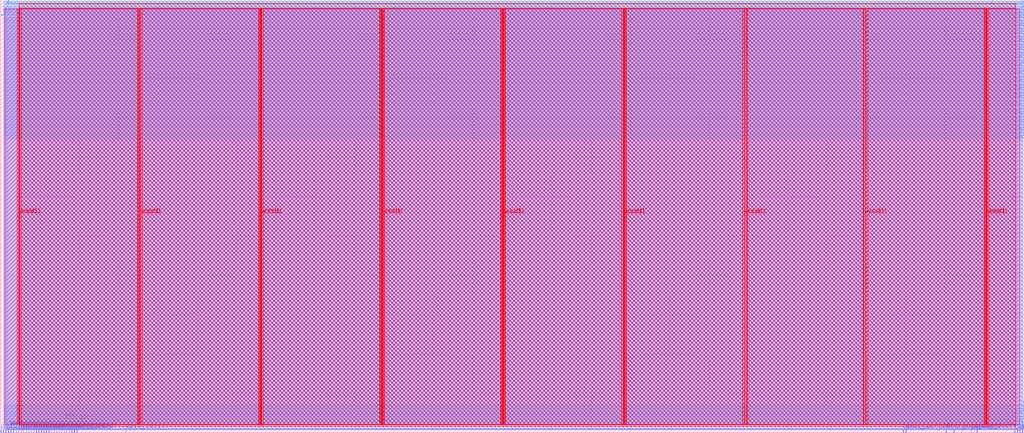
<source format=lef>
VERSION 5.7 ;
  NOWIREEXTENSIONATPIN ON ;
  DIVIDERCHAR "/" ;
  BUSBITCHARS "[]" ;
MACRO team_12
  CLASS BLOCK ;
  FOREIGN team_12 ;
  ORIGIN 0.000 0.000 ;
  SIZE 1300.000 BY 550.000 ;
  PIN clk
    DIRECTION INPUT ;
    USE SIGNAL ;
    ANTENNAGATEAREA 0.852000 ;
    ANTENNADIFFAREA 0.434700 ;
    PORT
      LAYER met3 ;
        RECT 0.000 530.440 4.000 531.040 ;
    END
  END clk
  PIN en
    DIRECTION INPUT ;
    USE SIGNAL ;
    ANTENNAGATEAREA 0.426000 ;
    ANTENNADIFFAREA 0.434700 ;
    PORT
      LAYER met2 ;
        RECT 1259.110 546.000 1259.390 550.000 ;
    END
  END en
  PIN gpio_in[0]
    DIRECTION INPUT ;
    USE SIGNAL ;
    ANTENNAGATEAREA 0.196500 ;
    ANTENNADIFFAREA 0.434700 ;
    PORT
      LAYER met2 ;
        RECT 9.750 546.000 10.030 550.000 ;
    END
  END gpio_in[0]
  PIN gpio_in[10]
    DIRECTION INPUT ;
    USE SIGNAL ;
    PORT
      LAYER met2 ;
        RECT 0.090 0.000 0.370 4.000 ;
    END
  END gpio_in[10]
  PIN gpio_in[11]
    DIRECTION INPUT ;
    USE SIGNAL ;
    PORT
      LAYER met2 ;
        RECT 3.310 0.000 3.590 4.000 ;
    END
  END gpio_in[11]
  PIN gpio_in[12]
    DIRECTION INPUT ;
    USE SIGNAL ;
    PORT
      LAYER met2 ;
        RECT 6.530 0.000 6.810 4.000 ;
    END
  END gpio_in[12]
  PIN gpio_in[13]
    DIRECTION INPUT ;
    USE SIGNAL ;
    PORT
      LAYER met2 ;
        RECT 9.750 0.000 10.030 4.000 ;
    END
  END gpio_in[13]
  PIN gpio_in[14]
    DIRECTION INPUT ;
    USE SIGNAL ;
    PORT
      LAYER met2 ;
        RECT 12.970 0.000 13.250 4.000 ;
    END
  END gpio_in[14]
  PIN gpio_in[15]
    DIRECTION INPUT ;
    USE SIGNAL ;
    PORT
      LAYER met2 ;
        RECT 16.190 0.000 16.470 4.000 ;
    END
  END gpio_in[15]
  PIN gpio_in[16]
    DIRECTION INPUT ;
    USE SIGNAL ;
    PORT
      LAYER met2 ;
        RECT 19.410 0.000 19.690 4.000 ;
    END
  END gpio_in[16]
  PIN gpio_in[17]
    DIRECTION INPUT ;
    USE SIGNAL ;
    PORT
      LAYER met2 ;
        RECT 22.630 0.000 22.910 4.000 ;
    END
  END gpio_in[17]
  PIN gpio_in[18]
    DIRECTION INPUT ;
    USE SIGNAL ;
    PORT
      LAYER met2 ;
        RECT 25.850 0.000 26.130 4.000 ;
    END
  END gpio_in[18]
  PIN gpio_in[19]
    DIRECTION INPUT ;
    USE SIGNAL ;
    PORT
      LAYER met2 ;
        RECT 29.070 0.000 29.350 4.000 ;
    END
  END gpio_in[19]
  PIN gpio_in[1]
    DIRECTION INPUT ;
    USE SIGNAL ;
    ANTENNAGATEAREA 0.426000 ;
    ANTENNADIFFAREA 0.434700 ;
    PORT
      LAYER met2 ;
        RECT 157.870 0.000 158.150 4.000 ;
    END
  END gpio_in[1]
  PIN gpio_in[20]
    DIRECTION INPUT ;
    USE SIGNAL ;
    PORT
      LAYER met2 ;
        RECT 32.290 0.000 32.570 4.000 ;
    END
  END gpio_in[20]
  PIN gpio_in[21]
    DIRECTION INPUT ;
    USE SIGNAL ;
    PORT
      LAYER met2 ;
        RECT 35.510 0.000 35.790 4.000 ;
    END
  END gpio_in[21]
  PIN gpio_in[22]
    DIRECTION INPUT ;
    USE SIGNAL ;
    PORT
      LAYER met2 ;
        RECT 38.730 0.000 39.010 4.000 ;
    END
  END gpio_in[22]
  PIN gpio_in[23]
    DIRECTION INPUT ;
    USE SIGNAL ;
    PORT
      LAYER met2 ;
        RECT 41.950 0.000 42.230 4.000 ;
    END
  END gpio_in[23]
  PIN gpio_in[24]
    DIRECTION INPUT ;
    USE SIGNAL ;
    PORT
      LAYER met2 ;
        RECT 45.170 0.000 45.450 4.000 ;
    END
  END gpio_in[24]
  PIN gpio_in[25]
    DIRECTION INPUT ;
    USE SIGNAL ;
    PORT
      LAYER met2 ;
        RECT 48.390 0.000 48.670 4.000 ;
    END
  END gpio_in[25]
  PIN gpio_in[26]
    DIRECTION INPUT ;
    USE SIGNAL ;
    PORT
      LAYER met2 ;
        RECT 51.610 0.000 51.890 4.000 ;
    END
  END gpio_in[26]
  PIN gpio_in[27]
    DIRECTION INPUT ;
    USE SIGNAL ;
    PORT
      LAYER met2 ;
        RECT 54.830 0.000 55.110 4.000 ;
    END
  END gpio_in[27]
  PIN gpio_in[28]
    DIRECTION INPUT ;
    USE SIGNAL ;
    PORT
      LAYER met2 ;
        RECT 58.050 0.000 58.330 4.000 ;
    END
  END gpio_in[28]
  PIN gpio_in[29]
    DIRECTION INPUT ;
    USE SIGNAL ;
    PORT
      LAYER met2 ;
        RECT 61.270 0.000 61.550 4.000 ;
    END
  END gpio_in[29]
  PIN gpio_in[2]
    DIRECTION INPUT ;
    USE SIGNAL ;
    ANTENNAGATEAREA 0.196500 ;
    ANTENNADIFFAREA 0.434700 ;
    PORT
      LAYER met2 ;
        RECT 1288.090 0.000 1288.370 4.000 ;
    END
  END gpio_in[2]
  PIN gpio_in[30]
    DIRECTION INPUT ;
    USE SIGNAL ;
    PORT
      LAYER met2 ;
        RECT 64.490 0.000 64.770 4.000 ;
    END
  END gpio_in[30]
  PIN gpio_in[31]
    DIRECTION INPUT ;
    USE SIGNAL ;
    PORT
      LAYER met2 ;
        RECT 67.710 0.000 67.990 4.000 ;
    END
  END gpio_in[31]
  PIN gpio_in[32]
    DIRECTION INPUT ;
    USE SIGNAL ;
    PORT
      LAYER met2 ;
        RECT 70.930 0.000 71.210 4.000 ;
    END
  END gpio_in[32]
  PIN gpio_in[33]
    DIRECTION INPUT ;
    USE SIGNAL ;
    PORT
      LAYER met2 ;
        RECT 74.150 0.000 74.430 4.000 ;
    END
  END gpio_in[33]
  PIN gpio_in[3]
    DIRECTION INPUT ;
    USE SIGNAL ;
    PORT
      LAYER met2 ;
        RECT 77.370 0.000 77.650 4.000 ;
    END
  END gpio_in[3]
  PIN gpio_in[4]
    DIRECTION INPUT ;
    USE SIGNAL ;
    PORT
      LAYER met2 ;
        RECT 80.590 0.000 80.870 4.000 ;
    END
  END gpio_in[4]
  PIN gpio_in[5]
    DIRECTION INPUT ;
    USE SIGNAL ;
    PORT
      LAYER met2 ;
        RECT 83.810 0.000 84.090 4.000 ;
    END
  END gpio_in[5]
  PIN gpio_in[6]
    DIRECTION INPUT ;
    USE SIGNAL ;
    PORT
      LAYER met2 ;
        RECT 87.030 0.000 87.310 4.000 ;
    END
  END gpio_in[6]
  PIN gpio_in[7]
    DIRECTION INPUT ;
    USE SIGNAL ;
    PORT
      LAYER met2 ;
        RECT 90.250 0.000 90.530 4.000 ;
    END
  END gpio_in[7]
  PIN gpio_in[8]
    DIRECTION INPUT ;
    USE SIGNAL ;
    PORT
      LAYER met2 ;
        RECT 93.470 0.000 93.750 4.000 ;
    END
  END gpio_in[8]
  PIN gpio_in[9]
    DIRECTION INPUT ;
    USE SIGNAL ;
    PORT
      LAYER met2 ;
        RECT 96.690 0.000 96.970 4.000 ;
    END
  END gpio_in[9]
  PIN gpio_oeb[0]
    DIRECTION OUTPUT ;
    USE SIGNAL ;
    ANTENNADIFFAREA 0.445500 ;
    PORT
      LAYER met3 ;
        RECT 1296.000 374.040 1300.000 374.640 ;
    END
  END gpio_oeb[0]
  PIN gpio_oeb[10]
    DIRECTION OUTPUT ;
    USE SIGNAL ;
    ANTENNADIFFAREA 0.445500 ;
    PORT
      LAYER met3 ;
        RECT 1296.000 547.440 1300.000 548.040 ;
    END
  END gpio_oeb[10]
  PIN gpio_oeb[11]
    DIRECTION OUTPUT ;
    USE SIGNAL ;
    ANTENNADIFFAREA 0.445500 ;
    PORT
      LAYER met3 ;
        RECT 1296.000 516.840 1300.000 517.440 ;
    END
  END gpio_oeb[11]
  PIN gpio_oeb[12]
    DIRECTION OUTPUT ;
    USE SIGNAL ;
    ANTENNADIFFAREA 0.445500 ;
    PORT
      LAYER met3 ;
        RECT 1296.000 513.440 1300.000 514.040 ;
    END
  END gpio_oeb[12]
  PIN gpio_oeb[13]
    DIRECTION OUTPUT ;
    USE SIGNAL ;
    ANTENNADIFFAREA 0.445500 ;
    PORT
      LAYER met3 ;
        RECT 1296.000 510.040 1300.000 510.640 ;
    END
  END gpio_oeb[13]
  PIN gpio_oeb[14]
    DIRECTION OUTPUT ;
    USE SIGNAL ;
    ANTENNADIFFAREA 0.445500 ;
    PORT
      LAYER met3 ;
        RECT 1296.000 520.240 1300.000 520.840 ;
    END
  END gpio_oeb[14]
  PIN gpio_oeb[15]
    DIRECTION OUTPUT ;
    USE SIGNAL ;
    ANTENNADIFFAREA 0.445500 ;
    PORT
      LAYER met3 ;
        RECT 1296.000 506.640 1300.000 507.240 ;
    END
  END gpio_oeb[15]
  PIN gpio_oeb[16]
    DIRECTION OUTPUT ;
    USE SIGNAL ;
    ANTENNADIFFAREA 0.445500 ;
    PORT
      LAYER met3 ;
        RECT 1296.000 503.240 1300.000 503.840 ;
    END
  END gpio_oeb[16]
  PIN gpio_oeb[17]
    DIRECTION OUTPUT ;
    USE SIGNAL ;
    ANTENNADIFFAREA 0.445500 ;
    PORT
      LAYER met3 ;
        RECT 1296.000 493.040 1300.000 493.640 ;
    END
  END gpio_oeb[17]
  PIN gpio_oeb[18]
    DIRECTION OUTPUT ;
    USE SIGNAL ;
    ANTENNADIFFAREA 0.445500 ;
    PORT
      LAYER met3 ;
        RECT 1296.000 489.640 1300.000 490.240 ;
    END
  END gpio_oeb[18]
  PIN gpio_oeb[19]
    DIRECTION OUTPUT ;
    USE SIGNAL ;
    ANTENNADIFFAREA 0.445500 ;
    PORT
      LAYER met3 ;
        RECT 1296.000 523.640 1300.000 524.240 ;
    END
  END gpio_oeb[19]
  PIN gpio_oeb[1]
    DIRECTION OUTPUT ;
    USE SIGNAL ;
    ANTENNADIFFAREA 0.445500 ;
    PORT
      LAYER met3 ;
        RECT 1296.000 496.440 1300.000 497.040 ;
    END
  END gpio_oeb[1]
  PIN gpio_oeb[20]
    DIRECTION OUTPUT ;
    USE SIGNAL ;
    ANTENNADIFFAREA 0.445500 ;
    PORT
      LAYER met3 ;
        RECT 1296.000 486.240 1300.000 486.840 ;
    END
  END gpio_oeb[20]
  PIN gpio_oeb[21]
    DIRECTION OUTPUT ;
    USE SIGNAL ;
    ANTENNADIFFAREA 0.445500 ;
    PORT
      LAYER met3 ;
        RECT 1296.000 482.840 1300.000 483.440 ;
    END
  END gpio_oeb[21]
  PIN gpio_oeb[22]
    DIRECTION OUTPUT ;
    USE SIGNAL ;
    ANTENNADIFFAREA 0.445500 ;
    PORT
      LAYER met3 ;
        RECT 1296.000 479.440 1300.000 480.040 ;
    END
  END gpio_oeb[22]
  PIN gpio_oeb[23]
    DIRECTION OUTPUT ;
    USE SIGNAL ;
    ANTENNADIFFAREA 0.445500 ;
    PORT
      LAYER met3 ;
        RECT 1296.000 527.040 1300.000 527.640 ;
    END
  END gpio_oeb[23]
  PIN gpio_oeb[24]
    DIRECTION OUTPUT ;
    USE SIGNAL ;
    ANTENNADIFFAREA 0.445500 ;
    PORT
      LAYER met3 ;
        RECT 1296.000 476.040 1300.000 476.640 ;
    END
  END gpio_oeb[24]
  PIN gpio_oeb[25]
    DIRECTION OUTPUT ;
    USE SIGNAL ;
    ANTENNADIFFAREA 0.445500 ;
    PORT
      LAYER met3 ;
        RECT 1296.000 530.440 1300.000 531.040 ;
    END
  END gpio_oeb[25]
  PIN gpio_oeb[26]
    DIRECTION OUTPUT ;
    USE SIGNAL ;
    ANTENNADIFFAREA 0.445500 ;
    PORT
      LAYER met3 ;
        RECT 1296.000 472.640 1300.000 473.240 ;
    END
  END gpio_oeb[26]
  PIN gpio_oeb[27]
    DIRECTION OUTPUT ;
    USE SIGNAL ;
    ANTENNADIFFAREA 0.445500 ;
    PORT
      LAYER met3 ;
        RECT 1296.000 469.240 1300.000 469.840 ;
    END
  END gpio_oeb[27]
  PIN gpio_oeb[28]
    DIRECTION OUTPUT ;
    USE SIGNAL ;
    ANTENNADIFFAREA 0.445500 ;
    PORT
      LAYER met3 ;
        RECT 1296.000 465.840 1300.000 466.440 ;
    END
  END gpio_oeb[28]
  PIN gpio_oeb[29]
    DIRECTION OUTPUT ;
    USE SIGNAL ;
    ANTENNADIFFAREA 0.445500 ;
    PORT
      LAYER met3 ;
        RECT 1296.000 533.840 1300.000 534.440 ;
    END
  END gpio_oeb[29]
  PIN gpio_oeb[2]
    DIRECTION OUTPUT ;
    USE SIGNAL ;
    ANTENNADIFFAREA 0.445500 ;
    PORT
      LAYER met3 ;
        RECT 1296.000 499.840 1300.000 500.440 ;
    END
  END gpio_oeb[2]
  PIN gpio_oeb[30]
    DIRECTION OUTPUT ;
    USE SIGNAL ;
    ANTENNADIFFAREA 0.445500 ;
    PORT
      LAYER met3 ;
        RECT 1296.000 462.440 1300.000 463.040 ;
    END
  END gpio_oeb[30]
  PIN gpio_oeb[31]
    DIRECTION OUTPUT ;
    USE SIGNAL ;
    ANTENNADIFFAREA 0.445500 ;
    PORT
      LAYER met3 ;
        RECT 1296.000 537.240 1300.000 537.840 ;
    END
  END gpio_oeb[31]
  PIN gpio_oeb[32]
    DIRECTION OUTPUT ;
    USE SIGNAL ;
    ANTENNADIFFAREA 0.445500 ;
    PORT
      LAYER met3 ;
        RECT 1296.000 459.040 1300.000 459.640 ;
    END
  END gpio_oeb[32]
  PIN gpio_oeb[33]
    DIRECTION OUTPUT ;
    USE SIGNAL ;
    ANTENNADIFFAREA 0.445500 ;
    PORT
      LAYER met3 ;
        RECT 1296.000 455.640 1300.000 456.240 ;
    END
  END gpio_oeb[33]
  PIN gpio_oeb[3]
    DIRECTION OUTPUT ;
    USE SIGNAL ;
    ANTENNADIFFAREA 0.445500 ;
    PORT
      LAYER met3 ;
        RECT 1296.000 452.240 1300.000 452.840 ;
    END
  END gpio_oeb[3]
  PIN gpio_oeb[4]
    DIRECTION OUTPUT ;
    USE SIGNAL ;
    ANTENNADIFFAREA 0.445500 ;
    PORT
      LAYER met3 ;
        RECT 1296.000 448.840 1300.000 449.440 ;
    END
  END gpio_oeb[4]
  PIN gpio_oeb[5]
    DIRECTION OUTPUT ;
    USE SIGNAL ;
    ANTENNADIFFAREA 0.445500 ;
    PORT
      LAYER met3 ;
        RECT 1296.000 445.440 1300.000 446.040 ;
    END
  END gpio_oeb[5]
  PIN gpio_oeb[6]
    DIRECTION OUTPUT ;
    USE SIGNAL ;
    ANTENNADIFFAREA 0.445500 ;
    PORT
      LAYER met3 ;
        RECT 1296.000 442.040 1300.000 442.640 ;
    END
  END gpio_oeb[6]
  PIN gpio_oeb[7]
    DIRECTION OUTPUT ;
    USE SIGNAL ;
    ANTENNADIFFAREA 0.445500 ;
    PORT
      LAYER met3 ;
        RECT 1296.000 540.640 1300.000 541.240 ;
    END
  END gpio_oeb[7]
  PIN gpio_oeb[8]
    DIRECTION OUTPUT ;
    USE SIGNAL ;
    ANTENNADIFFAREA 0.445500 ;
    PORT
      LAYER met3 ;
        RECT 1296.000 438.640 1300.000 439.240 ;
    END
  END gpio_oeb[8]
  PIN gpio_oeb[9]
    DIRECTION OUTPUT ;
    USE SIGNAL ;
    ANTENNADIFFAREA 0.445500 ;
    PORT
      LAYER met3 ;
        RECT 1296.000 435.240 1300.000 435.840 ;
    END
  END gpio_oeb[9]
  PIN gpio_out[0]
    DIRECTION OUTPUT ;
    USE SIGNAL ;
    ANTENNADIFFAREA 0.445500 ;
    PORT
      LAYER met3 ;
        RECT 1296.000 431.840 1300.000 432.440 ;
    END
  END gpio_out[0]
  PIN gpio_out[10]
    DIRECTION OUTPUT ;
    USE SIGNAL ;
    ANTENNADIFFAREA 0.795200 ;
    PORT
      LAYER met2 ;
        RECT 1297.750 0.000 1298.030 4.000 ;
    END
  END gpio_out[10]
  PIN gpio_out[11]
    DIRECTION OUTPUT ;
    USE SIGNAL ;
    ANTENNADIFFAREA 0.445500 ;
    PORT
      LAYER met2 ;
        RECT 1291.310 0.000 1291.590 4.000 ;
    END
  END gpio_out[11]
  PIN gpio_out[12]
    DIRECTION OUTPUT ;
    USE SIGNAL ;
    ANTENNADIFFAREA 0.795200 ;
    PORT
      LAYER met2 ;
        RECT 1294.530 0.000 1294.810 4.000 ;
    END
  END gpio_out[12]
  PIN gpio_out[13]
    DIRECTION OUTPUT ;
    USE SIGNAL ;
    ANTENNADIFFAREA 0.445500 ;
    PORT
      LAYER met2 ;
        RECT 1146.410 0.000 1146.690 4.000 ;
    END
  END gpio_out[13]
  PIN gpio_out[14]
    DIRECTION OUTPUT ;
    USE SIGNAL ;
    ANTENNADIFFAREA 0.445500 ;
    PORT
      LAYER met2 ;
        RECT 1149.630 0.000 1149.910 4.000 ;
    END
  END gpio_out[14]
  PIN gpio_out[15]
    DIRECTION OUTPUT ;
    USE SIGNAL ;
    ANTENNADIFFAREA 0.445500 ;
    PORT
      LAYER met2 ;
        RECT 1239.790 0.000 1240.070 4.000 ;
    END
  END gpio_out[15]
  PIN gpio_out[16]
    DIRECTION OUTPUT ;
    USE SIGNAL ;
    ANTENNADIFFAREA 0.445500 ;
    PORT
      LAYER met3 ;
        RECT 1296.000 17.040 1300.000 17.640 ;
    END
  END gpio_out[16]
  PIN gpio_out[17]
    DIRECTION OUTPUT ;
    USE SIGNAL ;
    ANTENNADIFFAREA 0.445500 ;
    PORT
      LAYER met3 ;
        RECT 1296.000 13.640 1300.000 14.240 ;
    END
  END gpio_out[17]
  PIN gpio_out[18]
    DIRECTION OUTPUT ;
    USE SIGNAL ;
    ANTENNADIFFAREA 0.445500 ;
    PORT
      LAYER met3 ;
        RECT 1296.000 20.440 1300.000 21.040 ;
    END
  END gpio_out[18]
  PIN gpio_out[19]
    DIRECTION OUTPUT ;
    USE SIGNAL ;
    ANTENNADIFFAREA 0.445500 ;
    PORT
      LAYER met3 ;
        RECT 1296.000 544.040 1300.000 544.640 ;
    END
  END gpio_out[19]
  PIN gpio_out[1]
    DIRECTION OUTPUT ;
    USE SIGNAL ;
    ANTENNADIFFAREA 0.445500 ;
    PORT
      LAYER met3 ;
        RECT 1296.000 428.440 1300.000 429.040 ;
    END
  END gpio_out[1]
  PIN gpio_out[20]
    DIRECTION OUTPUT ;
    USE SIGNAL ;
    ANTENNADIFFAREA 0.445500 ;
    PORT
      LAYER met3 ;
        RECT 1296.000 425.040 1300.000 425.640 ;
    END
  END gpio_out[20]
  PIN gpio_out[21]
    DIRECTION OUTPUT ;
    USE SIGNAL ;
    ANTENNADIFFAREA 0.445500 ;
    PORT
      LAYER met3 ;
        RECT 1296.000 421.640 1300.000 422.240 ;
    END
  END gpio_out[21]
  PIN gpio_out[22]
    DIRECTION OUTPUT ;
    USE SIGNAL ;
    ANTENNADIFFAREA 0.445500 ;
    PORT
      LAYER met3 ;
        RECT 1296.000 418.240 1300.000 418.840 ;
    END
  END gpio_out[22]
  PIN gpio_out[23]
    DIRECTION OUTPUT ;
    USE SIGNAL ;
    ANTENNADIFFAREA 0.445500 ;
    PORT
      LAYER met3 ;
        RECT 1296.000 414.840 1300.000 415.440 ;
    END
  END gpio_out[23]
  PIN gpio_out[24]
    DIRECTION OUTPUT ;
    USE SIGNAL ;
    ANTENNADIFFAREA 0.445500 ;
    PORT
      LAYER met3 ;
        RECT 1296.000 411.440 1300.000 412.040 ;
    END
  END gpio_out[24]
  PIN gpio_out[25]
    DIRECTION OUTPUT ;
    USE SIGNAL ;
    ANTENNADIFFAREA 0.445500 ;
    PORT
      LAYER met3 ;
        RECT 1296.000 408.040 1300.000 408.640 ;
    END
  END gpio_out[25]
  PIN gpio_out[26]
    DIRECTION OUTPUT ;
    USE SIGNAL ;
    ANTENNADIFFAREA 0.445500 ;
    PORT
      LAYER met3 ;
        RECT 1296.000 404.640 1300.000 405.240 ;
    END
  END gpio_out[26]
  PIN gpio_out[27]
    DIRECTION OUTPUT ;
    USE SIGNAL ;
    ANTENNADIFFAREA 0.445500 ;
    PORT
      LAYER met3 ;
        RECT 1296.000 401.240 1300.000 401.840 ;
    END
  END gpio_out[27]
  PIN gpio_out[28]
    DIRECTION OUTPUT ;
    USE SIGNAL ;
    ANTENNADIFFAREA 0.445500 ;
    PORT
      LAYER met3 ;
        RECT 1296.000 397.840 1300.000 398.440 ;
    END
  END gpio_out[28]
  PIN gpio_out[29]
    DIRECTION OUTPUT ;
    USE SIGNAL ;
    ANTENNADIFFAREA 0.445500 ;
    PORT
      LAYER met3 ;
        RECT 1296.000 394.440 1300.000 395.040 ;
    END
  END gpio_out[29]
  PIN gpio_out[2]
    DIRECTION OUTPUT ;
    USE SIGNAL ;
    ANTENNADIFFAREA 0.445500 ;
    PORT
      LAYER met3 ;
        RECT 1296.000 391.040 1300.000 391.640 ;
    END
  END gpio_out[2]
  PIN gpio_out[30]
    DIRECTION OUTPUT ;
    USE SIGNAL ;
    ANTENNADIFFAREA 0.445500 ;
    PORT
      LAYER met3 ;
        RECT 1296.000 387.640 1300.000 388.240 ;
    END
  END gpio_out[30]
  PIN gpio_out[31]
    DIRECTION OUTPUT ;
    USE SIGNAL ;
    ANTENNADIFFAREA 0.445500 ;
    PORT
      LAYER met3 ;
        RECT 1296.000 384.240 1300.000 384.840 ;
    END
  END gpio_out[31]
  PIN gpio_out[32]
    DIRECTION OUTPUT ;
    USE SIGNAL ;
    ANTENNADIFFAREA 0.445500 ;
    PORT
      LAYER met3 ;
        RECT 1296.000 380.840 1300.000 381.440 ;
    END
  END gpio_out[32]
  PIN gpio_out[33]
    DIRECTION OUTPUT ;
    USE SIGNAL ;
    ANTENNADIFFAREA 0.445500 ;
    PORT
      LAYER met3 ;
        RECT 1296.000 377.440 1300.000 378.040 ;
    END
  END gpio_out[33]
  PIN gpio_out[3]
    DIRECTION OUTPUT ;
    USE SIGNAL ;
    ANTENNADIFFAREA 0.445500 ;
    PORT
      LAYER met3 ;
        RECT 1296.000 34.040 1300.000 34.640 ;
    END
  END gpio_out[3]
  PIN gpio_out[4]
    DIRECTION OUTPUT ;
    USE SIGNAL ;
    ANTENNADIFFAREA 0.445500 ;
    PORT
      LAYER met3 ;
        RECT 1296.000 30.640 1300.000 31.240 ;
    END
  END gpio_out[4]
  PIN gpio_out[5]
    DIRECTION OUTPUT ;
    USE SIGNAL ;
    ANTENNADIFFAREA 0.445500 ;
    PORT
      LAYER met3 ;
        RECT 1296.000 27.240 1300.000 27.840 ;
    END
  END gpio_out[5]
  PIN gpio_out[6]
    DIRECTION OUTPUT ;
    USE SIGNAL ;
    ANTENNADIFFAREA 0.445500 ;
    PORT
      LAYER met2 ;
        RECT 1233.350 0.000 1233.630 4.000 ;
    END
  END gpio_out[6]
  PIN gpio_out[7]
    DIRECTION OUTPUT ;
    USE SIGNAL ;
    ANTENNADIFFAREA 0.445500 ;
    PORT
      LAYER met2 ;
        RECT 1220.470 0.000 1220.750 4.000 ;
    END
  END gpio_out[7]
  PIN gpio_out[8]
    DIRECTION OUTPUT ;
    USE SIGNAL ;
    ANTENNADIFFAREA 0.445500 ;
    PORT
      LAYER met2 ;
        RECT 1210.810 0.000 1211.090 4.000 ;
    END
  END gpio_out[8]
  PIN gpio_out[9]
    DIRECTION OUTPUT ;
    USE SIGNAL ;
    ANTENNADIFFAREA 0.445500 ;
    PORT
      LAYER met2 ;
        RECT 1201.150 0.000 1201.430 4.000 ;
    END
  END gpio_out[9]
  PIN nrst
    DIRECTION INPUT ;
    USE SIGNAL ;
    ANTENNAGATEAREA 0.196500 ;
    ANTENNADIFFAREA 0.434700 ;
    PORT
      LAYER met3 ;
        RECT 1296.000 23.840 1300.000 24.440 ;
    END
  END nrst
  PIN vccd1
    DIRECTION INOUT ;
    USE POWER ;
    PORT
      LAYER met4 ;
        RECT 21.040 10.640 22.640 538.800 ;
    END
    PORT
      LAYER met4 ;
        RECT 174.640 10.640 176.240 538.800 ;
    END
    PORT
      LAYER met4 ;
        RECT 328.240 10.640 329.840 538.800 ;
    END
    PORT
      LAYER met4 ;
        RECT 481.840 10.640 483.440 538.800 ;
    END
    PORT
      LAYER met4 ;
        RECT 635.440 10.640 637.040 538.800 ;
    END
    PORT
      LAYER met4 ;
        RECT 789.040 10.640 790.640 538.800 ;
    END
    PORT
      LAYER met4 ;
        RECT 942.640 10.640 944.240 538.800 ;
    END
    PORT
      LAYER met4 ;
        RECT 1096.240 10.640 1097.840 538.800 ;
    END
    PORT
      LAYER met4 ;
        RECT 1249.840 10.640 1251.440 538.800 ;
    END
  END vccd1
  PIN vssd1
    DIRECTION INOUT ;
    USE GROUND ;
    PORT
      LAYER met4 ;
        RECT 24.340 10.640 25.940 538.800 ;
    END
    PORT
      LAYER met4 ;
        RECT 177.940 10.640 179.540 538.800 ;
    END
    PORT
      LAYER met4 ;
        RECT 331.540 10.640 333.140 538.800 ;
    END
    PORT
      LAYER met4 ;
        RECT 485.140 10.640 486.740 538.800 ;
    END
    PORT
      LAYER met4 ;
        RECT 638.740 10.640 640.340 538.800 ;
    END
    PORT
      LAYER met4 ;
        RECT 792.340 10.640 793.940 538.800 ;
    END
    PORT
      LAYER met4 ;
        RECT 945.940 10.640 947.540 538.800 ;
    END
    PORT
      LAYER met4 ;
        RECT 1099.540 10.640 1101.140 538.800 ;
    END
    PORT
      LAYER met4 ;
        RECT 1253.140 10.640 1254.740 538.800 ;
    END
  END vssd1
  OBS
      LAYER nwell ;
        RECT 5.330 10.795 1294.630 538.645 ;
      LAYER li1 ;
        RECT 5.520 10.795 1294.440 538.645 ;
      LAYER met1 ;
        RECT 5.520 5.820 1298.050 540.560 ;
      LAYER met2 ;
        RECT 7.920 545.720 9.470 547.925 ;
        RECT 10.310 545.720 1258.830 547.925 ;
        RECT 1259.670 545.720 1298.020 547.925 ;
        RECT 7.920 4.280 1298.020 545.720 ;
        RECT 7.920 4.000 9.470 4.280 ;
        RECT 10.310 4.000 12.690 4.280 ;
        RECT 13.530 4.000 15.910 4.280 ;
        RECT 16.750 4.000 19.130 4.280 ;
        RECT 19.970 4.000 22.350 4.280 ;
        RECT 23.190 4.000 25.570 4.280 ;
        RECT 26.410 4.000 28.790 4.280 ;
        RECT 29.630 4.000 32.010 4.280 ;
        RECT 32.850 4.000 35.230 4.280 ;
        RECT 36.070 4.000 38.450 4.280 ;
        RECT 39.290 4.000 41.670 4.280 ;
        RECT 42.510 4.000 44.890 4.280 ;
        RECT 45.730 4.000 48.110 4.280 ;
        RECT 48.950 4.000 51.330 4.280 ;
        RECT 52.170 4.000 54.550 4.280 ;
        RECT 55.390 4.000 57.770 4.280 ;
        RECT 58.610 4.000 60.990 4.280 ;
        RECT 61.830 4.000 64.210 4.280 ;
        RECT 65.050 4.000 67.430 4.280 ;
        RECT 68.270 4.000 70.650 4.280 ;
        RECT 71.490 4.000 73.870 4.280 ;
        RECT 74.710 4.000 77.090 4.280 ;
        RECT 77.930 4.000 80.310 4.280 ;
        RECT 81.150 4.000 83.530 4.280 ;
        RECT 84.370 4.000 86.750 4.280 ;
        RECT 87.590 4.000 89.970 4.280 ;
        RECT 90.810 4.000 93.190 4.280 ;
        RECT 94.030 4.000 96.410 4.280 ;
        RECT 97.250 4.000 157.590 4.280 ;
        RECT 158.430 4.000 1146.130 4.280 ;
        RECT 1146.970 4.000 1149.350 4.280 ;
        RECT 1150.190 4.000 1200.870 4.280 ;
        RECT 1201.710 4.000 1210.530 4.280 ;
        RECT 1211.370 4.000 1220.190 4.280 ;
        RECT 1221.030 4.000 1233.070 4.280 ;
        RECT 1233.910 4.000 1239.510 4.280 ;
        RECT 1240.350 4.000 1287.810 4.280 ;
        RECT 1288.650 4.000 1291.030 4.280 ;
        RECT 1291.870 4.000 1294.250 4.280 ;
        RECT 1295.090 4.000 1297.470 4.280 ;
      LAYER met3 ;
        RECT 4.000 547.040 1295.600 547.905 ;
        RECT 4.000 545.040 1296.000 547.040 ;
        RECT 4.000 543.640 1295.600 545.040 ;
        RECT 4.000 541.640 1296.000 543.640 ;
        RECT 4.000 540.240 1295.600 541.640 ;
        RECT 4.000 538.240 1296.000 540.240 ;
        RECT 4.000 536.840 1295.600 538.240 ;
        RECT 4.000 534.840 1296.000 536.840 ;
        RECT 4.000 533.440 1295.600 534.840 ;
        RECT 4.000 531.440 1296.000 533.440 ;
        RECT 4.400 530.040 1295.600 531.440 ;
        RECT 4.000 528.040 1296.000 530.040 ;
        RECT 4.000 526.640 1295.600 528.040 ;
        RECT 4.000 524.640 1296.000 526.640 ;
        RECT 4.000 523.240 1295.600 524.640 ;
        RECT 4.000 521.240 1296.000 523.240 ;
        RECT 4.000 519.840 1295.600 521.240 ;
        RECT 4.000 517.840 1296.000 519.840 ;
        RECT 4.000 516.440 1295.600 517.840 ;
        RECT 4.000 514.440 1296.000 516.440 ;
        RECT 4.000 513.040 1295.600 514.440 ;
        RECT 4.000 511.040 1296.000 513.040 ;
        RECT 4.000 509.640 1295.600 511.040 ;
        RECT 4.000 507.640 1296.000 509.640 ;
        RECT 4.000 506.240 1295.600 507.640 ;
        RECT 4.000 504.240 1296.000 506.240 ;
        RECT 4.000 502.840 1295.600 504.240 ;
        RECT 4.000 500.840 1296.000 502.840 ;
        RECT 4.000 499.440 1295.600 500.840 ;
        RECT 4.000 497.440 1296.000 499.440 ;
        RECT 4.000 496.040 1295.600 497.440 ;
        RECT 4.000 494.040 1296.000 496.040 ;
        RECT 4.000 492.640 1295.600 494.040 ;
        RECT 4.000 490.640 1296.000 492.640 ;
        RECT 4.000 489.240 1295.600 490.640 ;
        RECT 4.000 487.240 1296.000 489.240 ;
        RECT 4.000 485.840 1295.600 487.240 ;
        RECT 4.000 483.840 1296.000 485.840 ;
        RECT 4.000 482.440 1295.600 483.840 ;
        RECT 4.000 480.440 1296.000 482.440 ;
        RECT 4.000 479.040 1295.600 480.440 ;
        RECT 4.000 477.040 1296.000 479.040 ;
        RECT 4.000 475.640 1295.600 477.040 ;
        RECT 4.000 473.640 1296.000 475.640 ;
        RECT 4.000 472.240 1295.600 473.640 ;
        RECT 4.000 470.240 1296.000 472.240 ;
        RECT 4.000 468.840 1295.600 470.240 ;
        RECT 4.000 466.840 1296.000 468.840 ;
        RECT 4.000 465.440 1295.600 466.840 ;
        RECT 4.000 463.440 1296.000 465.440 ;
        RECT 4.000 462.040 1295.600 463.440 ;
        RECT 4.000 460.040 1296.000 462.040 ;
        RECT 4.000 458.640 1295.600 460.040 ;
        RECT 4.000 456.640 1296.000 458.640 ;
        RECT 4.000 455.240 1295.600 456.640 ;
        RECT 4.000 453.240 1296.000 455.240 ;
        RECT 4.000 451.840 1295.600 453.240 ;
        RECT 4.000 449.840 1296.000 451.840 ;
        RECT 4.000 448.440 1295.600 449.840 ;
        RECT 4.000 446.440 1296.000 448.440 ;
        RECT 4.000 445.040 1295.600 446.440 ;
        RECT 4.000 443.040 1296.000 445.040 ;
        RECT 4.000 441.640 1295.600 443.040 ;
        RECT 4.000 439.640 1296.000 441.640 ;
        RECT 4.000 438.240 1295.600 439.640 ;
        RECT 4.000 436.240 1296.000 438.240 ;
        RECT 4.000 434.840 1295.600 436.240 ;
        RECT 4.000 432.840 1296.000 434.840 ;
        RECT 4.000 431.440 1295.600 432.840 ;
        RECT 4.000 429.440 1296.000 431.440 ;
        RECT 4.000 428.040 1295.600 429.440 ;
        RECT 4.000 426.040 1296.000 428.040 ;
        RECT 4.000 424.640 1295.600 426.040 ;
        RECT 4.000 422.640 1296.000 424.640 ;
        RECT 4.000 421.240 1295.600 422.640 ;
        RECT 4.000 419.240 1296.000 421.240 ;
        RECT 4.000 417.840 1295.600 419.240 ;
        RECT 4.000 415.840 1296.000 417.840 ;
        RECT 4.000 414.440 1295.600 415.840 ;
        RECT 4.000 412.440 1296.000 414.440 ;
        RECT 4.000 411.040 1295.600 412.440 ;
        RECT 4.000 409.040 1296.000 411.040 ;
        RECT 4.000 407.640 1295.600 409.040 ;
        RECT 4.000 405.640 1296.000 407.640 ;
        RECT 4.000 404.240 1295.600 405.640 ;
        RECT 4.000 402.240 1296.000 404.240 ;
        RECT 4.000 400.840 1295.600 402.240 ;
        RECT 4.000 398.840 1296.000 400.840 ;
        RECT 4.000 397.440 1295.600 398.840 ;
        RECT 4.000 395.440 1296.000 397.440 ;
        RECT 4.000 394.040 1295.600 395.440 ;
        RECT 4.000 392.040 1296.000 394.040 ;
        RECT 4.000 390.640 1295.600 392.040 ;
        RECT 4.000 388.640 1296.000 390.640 ;
        RECT 4.000 387.240 1295.600 388.640 ;
        RECT 4.000 385.240 1296.000 387.240 ;
        RECT 4.000 383.840 1295.600 385.240 ;
        RECT 4.000 381.840 1296.000 383.840 ;
        RECT 4.000 380.440 1295.600 381.840 ;
        RECT 4.000 378.440 1296.000 380.440 ;
        RECT 4.000 377.040 1295.600 378.440 ;
        RECT 4.000 375.040 1296.000 377.040 ;
        RECT 4.000 373.640 1295.600 375.040 ;
        RECT 4.000 35.040 1296.000 373.640 ;
        RECT 4.000 33.640 1295.600 35.040 ;
        RECT 4.000 31.640 1296.000 33.640 ;
        RECT 4.000 30.240 1295.600 31.640 ;
        RECT 4.000 28.240 1296.000 30.240 ;
        RECT 4.000 26.840 1295.600 28.240 ;
        RECT 4.000 24.840 1296.000 26.840 ;
        RECT 4.000 23.440 1295.600 24.840 ;
        RECT 4.000 21.440 1296.000 23.440 ;
        RECT 4.000 20.040 1295.600 21.440 ;
        RECT 4.000 18.040 1296.000 20.040 ;
        RECT 4.000 16.640 1295.600 18.040 ;
        RECT 4.000 14.640 1296.000 16.640 ;
        RECT 4.000 13.240 1295.600 14.640 ;
        RECT 4.000 8.335 1296.000 13.240 ;
      LAYER met4 ;
        RECT 23.295 539.200 1289.545 545.185 ;
        RECT 23.295 10.240 23.940 539.200 ;
        RECT 26.340 10.240 174.240 539.200 ;
        RECT 176.640 10.240 177.540 539.200 ;
        RECT 179.940 10.240 327.840 539.200 ;
        RECT 330.240 10.240 331.140 539.200 ;
        RECT 333.540 10.240 481.440 539.200 ;
        RECT 483.840 10.240 484.740 539.200 ;
        RECT 487.140 10.240 635.040 539.200 ;
        RECT 637.440 10.240 638.340 539.200 ;
        RECT 640.740 10.240 788.640 539.200 ;
        RECT 791.040 10.240 791.940 539.200 ;
        RECT 794.340 10.240 942.240 539.200 ;
        RECT 944.640 10.240 945.540 539.200 ;
        RECT 947.940 10.240 1095.840 539.200 ;
        RECT 1098.240 10.240 1099.140 539.200 ;
        RECT 1101.540 10.240 1249.440 539.200 ;
        RECT 1251.840 10.240 1252.740 539.200 ;
        RECT 1255.140 10.240 1289.545 539.200 ;
        RECT 23.295 8.335 1289.545 10.240 ;
  END
END team_12
END LIBRARY


</source>
